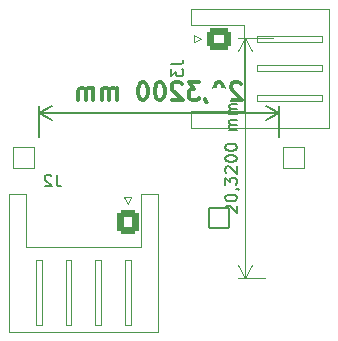
<source format=gbo>
%TF.GenerationSoftware,KiCad,Pcbnew,7.0.1*%
%TF.CreationDate,2023-10-30T09:30:19+01:00*%
%TF.ProjectId,opto-counter,6f70746f-2d63-46f7-956e-7465722e6b69,rev?*%
%TF.SameCoordinates,Original*%
%TF.FileFunction,Legend,Bot*%
%TF.FilePolarity,Positive*%
%FSLAX46Y46*%
G04 Gerber Fmt 4.6, Leading zero omitted, Abs format (unit mm)*
G04 Created by KiCad (PCBNEW 7.0.1) date 2023-10-30 09:30:19*
%MOMM*%
%LPD*%
G01*
G04 APERTURE LIST*
G04 Aperture macros list*
%AMRoundRect*
0 Rectangle with rounded corners*
0 $1 Rounding radius*
0 $2 $3 $4 $5 $6 $7 $8 $9 X,Y pos of 4 corners*
0 Add a 4 corners polygon primitive as box body*
4,1,4,$2,$3,$4,$5,$6,$7,$8,$9,$2,$3,0*
0 Add four circle primitives for the rounded corners*
1,1,$1+$1,$2,$3*
1,1,$1+$1,$4,$5*
1,1,$1+$1,$6,$7*
1,1,$1+$1,$8,$9*
0 Add four rect primitives between the rounded corners*
20,1,$1+$1,$2,$3,$4,$5,0*
20,1,$1+$1,$4,$5,$6,$7,0*
20,1,$1+$1,$6,$7,$8,$9,0*
20,1,$1+$1,$8,$9,$2,$3,0*%
G04 Aperture macros list end*
%ADD10C,0.300000*%
%ADD11C,0.200000*%
%ADD12C,0.150000*%
%ADD13C,0.120000*%
%ADD14C,2.300000*%
%ADD15RoundRect,0.050000X-0.900000X-0.900000X0.900000X-0.900000X0.900000X0.900000X-0.900000X0.900000X0*%
%ADD16C,1.900000*%
%ADD17RoundRect,0.050000X0.900000X0.900000X-0.900000X0.900000X-0.900000X-0.900000X0.900000X-0.900000X0*%
%ADD18RoundRect,0.050000X-0.850000X-0.850000X0.850000X-0.850000X0.850000X0.850000X-0.850000X0.850000X0*%
%ADD19O,1.800000X1.800000*%
%ADD20RoundRect,0.300000X0.600000X0.725000X-0.600000X0.725000X-0.600000X-0.725000X0.600000X-0.725000X0*%
%ADD21O,1.800000X2.050000*%
%ADD22RoundRect,0.300000X-0.725000X0.600000X-0.725000X-0.600000X0.725000X-0.600000X0.725000X0.600000X0*%
%ADD23O,2.050000X1.800000*%
G04 APERTURE END LIST*
D10*
X84398569Y-31826785D02*
X84327141Y-31755357D01*
X84327141Y-31755357D02*
X84184284Y-31683928D01*
X84184284Y-31683928D02*
X83827141Y-31683928D01*
X83827141Y-31683928D02*
X83684284Y-31755357D01*
X83684284Y-31755357D02*
X83612855Y-31826785D01*
X83612855Y-31826785D02*
X83541426Y-31969642D01*
X83541426Y-31969642D02*
X83541426Y-32112500D01*
X83541426Y-32112500D02*
X83612855Y-32326785D01*
X83612855Y-32326785D02*
X84469998Y-33183928D01*
X84469998Y-33183928D02*
X83541426Y-33183928D01*
X82612855Y-31683928D02*
X82469998Y-31683928D01*
X82469998Y-31683928D02*
X82327141Y-31755357D01*
X82327141Y-31755357D02*
X82255713Y-31826785D01*
X82255713Y-31826785D02*
X82184284Y-31969642D01*
X82184284Y-31969642D02*
X82112855Y-32255357D01*
X82112855Y-32255357D02*
X82112855Y-32612500D01*
X82112855Y-32612500D02*
X82184284Y-32898214D01*
X82184284Y-32898214D02*
X82255713Y-33041071D01*
X82255713Y-33041071D02*
X82327141Y-33112500D01*
X82327141Y-33112500D02*
X82469998Y-33183928D01*
X82469998Y-33183928D02*
X82612855Y-33183928D01*
X82612855Y-33183928D02*
X82755713Y-33112500D01*
X82755713Y-33112500D02*
X82827141Y-33041071D01*
X82827141Y-33041071D02*
X82898570Y-32898214D01*
X82898570Y-32898214D02*
X82969998Y-32612500D01*
X82969998Y-32612500D02*
X82969998Y-32255357D01*
X82969998Y-32255357D02*
X82898570Y-31969642D01*
X82898570Y-31969642D02*
X82827141Y-31826785D01*
X82827141Y-31826785D02*
X82755713Y-31755357D01*
X82755713Y-31755357D02*
X82612855Y-31683928D01*
X81398570Y-33112500D02*
X81398570Y-33183928D01*
X81398570Y-33183928D02*
X81469999Y-33326785D01*
X81469999Y-33326785D02*
X81541427Y-33398214D01*
X80898570Y-31683928D02*
X79969998Y-31683928D01*
X79969998Y-31683928D02*
X80469998Y-32255357D01*
X80469998Y-32255357D02*
X80255713Y-32255357D01*
X80255713Y-32255357D02*
X80112856Y-32326785D01*
X80112856Y-32326785D02*
X80041427Y-32398214D01*
X80041427Y-32398214D02*
X79969998Y-32541071D01*
X79969998Y-32541071D02*
X79969998Y-32898214D01*
X79969998Y-32898214D02*
X80041427Y-33041071D01*
X80041427Y-33041071D02*
X80112856Y-33112500D01*
X80112856Y-33112500D02*
X80255713Y-33183928D01*
X80255713Y-33183928D02*
X80684284Y-33183928D01*
X80684284Y-33183928D02*
X80827141Y-33112500D01*
X80827141Y-33112500D02*
X80898570Y-33041071D01*
X79398570Y-31826785D02*
X79327142Y-31755357D01*
X79327142Y-31755357D02*
X79184285Y-31683928D01*
X79184285Y-31683928D02*
X78827142Y-31683928D01*
X78827142Y-31683928D02*
X78684285Y-31755357D01*
X78684285Y-31755357D02*
X78612856Y-31826785D01*
X78612856Y-31826785D02*
X78541427Y-31969642D01*
X78541427Y-31969642D02*
X78541427Y-32112500D01*
X78541427Y-32112500D02*
X78612856Y-32326785D01*
X78612856Y-32326785D02*
X79469999Y-33183928D01*
X79469999Y-33183928D02*
X78541427Y-33183928D01*
X77612856Y-31683928D02*
X77469999Y-31683928D01*
X77469999Y-31683928D02*
X77327142Y-31755357D01*
X77327142Y-31755357D02*
X77255714Y-31826785D01*
X77255714Y-31826785D02*
X77184285Y-31969642D01*
X77184285Y-31969642D02*
X77112856Y-32255357D01*
X77112856Y-32255357D02*
X77112856Y-32612500D01*
X77112856Y-32612500D02*
X77184285Y-32898214D01*
X77184285Y-32898214D02*
X77255714Y-33041071D01*
X77255714Y-33041071D02*
X77327142Y-33112500D01*
X77327142Y-33112500D02*
X77469999Y-33183928D01*
X77469999Y-33183928D02*
X77612856Y-33183928D01*
X77612856Y-33183928D02*
X77755714Y-33112500D01*
X77755714Y-33112500D02*
X77827142Y-33041071D01*
X77827142Y-33041071D02*
X77898571Y-32898214D01*
X77898571Y-32898214D02*
X77969999Y-32612500D01*
X77969999Y-32612500D02*
X77969999Y-32255357D01*
X77969999Y-32255357D02*
X77898571Y-31969642D01*
X77898571Y-31969642D02*
X77827142Y-31826785D01*
X77827142Y-31826785D02*
X77755714Y-31755357D01*
X77755714Y-31755357D02*
X77612856Y-31683928D01*
X76184285Y-31683928D02*
X76041428Y-31683928D01*
X76041428Y-31683928D02*
X75898571Y-31755357D01*
X75898571Y-31755357D02*
X75827143Y-31826785D01*
X75827143Y-31826785D02*
X75755714Y-31969642D01*
X75755714Y-31969642D02*
X75684285Y-32255357D01*
X75684285Y-32255357D02*
X75684285Y-32612500D01*
X75684285Y-32612500D02*
X75755714Y-32898214D01*
X75755714Y-32898214D02*
X75827143Y-33041071D01*
X75827143Y-33041071D02*
X75898571Y-33112500D01*
X75898571Y-33112500D02*
X76041428Y-33183928D01*
X76041428Y-33183928D02*
X76184285Y-33183928D01*
X76184285Y-33183928D02*
X76327143Y-33112500D01*
X76327143Y-33112500D02*
X76398571Y-33041071D01*
X76398571Y-33041071D02*
X76470000Y-32898214D01*
X76470000Y-32898214D02*
X76541428Y-32612500D01*
X76541428Y-32612500D02*
X76541428Y-32255357D01*
X76541428Y-32255357D02*
X76470000Y-31969642D01*
X76470000Y-31969642D02*
X76398571Y-31826785D01*
X76398571Y-31826785D02*
X76327143Y-31755357D01*
X76327143Y-31755357D02*
X76184285Y-31683928D01*
X73898572Y-33183928D02*
X73898572Y-32183928D01*
X73898572Y-32326785D02*
X73827143Y-32255357D01*
X73827143Y-32255357D02*
X73684286Y-32183928D01*
X73684286Y-32183928D02*
X73470000Y-32183928D01*
X73470000Y-32183928D02*
X73327143Y-32255357D01*
X73327143Y-32255357D02*
X73255715Y-32398214D01*
X73255715Y-32398214D02*
X73255715Y-33183928D01*
X73255715Y-32398214D02*
X73184286Y-32255357D01*
X73184286Y-32255357D02*
X73041429Y-32183928D01*
X73041429Y-32183928D02*
X72827143Y-32183928D01*
X72827143Y-32183928D02*
X72684286Y-32255357D01*
X72684286Y-32255357D02*
X72612857Y-32398214D01*
X72612857Y-32398214D02*
X72612857Y-33183928D01*
X71898572Y-33183928D02*
X71898572Y-32183928D01*
X71898572Y-32326785D02*
X71827143Y-32255357D01*
X71827143Y-32255357D02*
X71684286Y-32183928D01*
X71684286Y-32183928D02*
X71470000Y-32183928D01*
X71470000Y-32183928D02*
X71327143Y-32255357D01*
X71327143Y-32255357D02*
X71255715Y-32398214D01*
X71255715Y-32398214D02*
X71255715Y-33183928D01*
X71255715Y-32398214D02*
X71184286Y-32255357D01*
X71184286Y-32255357D02*
X71041429Y-32183928D01*
X71041429Y-32183928D02*
X70827143Y-32183928D01*
X70827143Y-32183928D02*
X70684286Y-32255357D01*
X70684286Y-32255357D02*
X70612857Y-32398214D01*
X70612857Y-32398214D02*
X70612857Y-33183928D01*
D11*
X87630000Y-36330000D02*
X87630000Y-33703580D01*
X67310000Y-36330000D02*
X67310000Y-33703580D01*
X87630000Y-34290000D02*
X67310000Y-34290000D01*
X87630000Y-34290000D02*
X67310000Y-34290000D01*
X87630000Y-34290000D02*
X86503496Y-34876421D01*
X87630000Y-34290000D02*
X86503496Y-33703579D01*
X67310000Y-34290000D02*
X68436504Y-33703579D01*
X67310000Y-34290000D02*
X68436504Y-34876421D01*
D12*
X83157857Y-42719046D02*
X83110238Y-42671427D01*
X83110238Y-42671427D02*
X83062619Y-42576189D01*
X83062619Y-42576189D02*
X83062619Y-42338094D01*
X83062619Y-42338094D02*
X83110238Y-42242856D01*
X83110238Y-42242856D02*
X83157857Y-42195237D01*
X83157857Y-42195237D02*
X83253095Y-42147618D01*
X83253095Y-42147618D02*
X83348333Y-42147618D01*
X83348333Y-42147618D02*
X83491190Y-42195237D01*
X83491190Y-42195237D02*
X84062619Y-42766665D01*
X84062619Y-42766665D02*
X84062619Y-42147618D01*
X83062619Y-41528570D02*
X83062619Y-41433332D01*
X83062619Y-41433332D02*
X83110238Y-41338094D01*
X83110238Y-41338094D02*
X83157857Y-41290475D01*
X83157857Y-41290475D02*
X83253095Y-41242856D01*
X83253095Y-41242856D02*
X83443571Y-41195237D01*
X83443571Y-41195237D02*
X83681666Y-41195237D01*
X83681666Y-41195237D02*
X83872142Y-41242856D01*
X83872142Y-41242856D02*
X83967380Y-41290475D01*
X83967380Y-41290475D02*
X84015000Y-41338094D01*
X84015000Y-41338094D02*
X84062619Y-41433332D01*
X84062619Y-41433332D02*
X84062619Y-41528570D01*
X84062619Y-41528570D02*
X84015000Y-41623808D01*
X84015000Y-41623808D02*
X83967380Y-41671427D01*
X83967380Y-41671427D02*
X83872142Y-41719046D01*
X83872142Y-41719046D02*
X83681666Y-41766665D01*
X83681666Y-41766665D02*
X83443571Y-41766665D01*
X83443571Y-41766665D02*
X83253095Y-41719046D01*
X83253095Y-41719046D02*
X83157857Y-41671427D01*
X83157857Y-41671427D02*
X83110238Y-41623808D01*
X83110238Y-41623808D02*
X83062619Y-41528570D01*
X84015000Y-40719046D02*
X84062619Y-40719046D01*
X84062619Y-40719046D02*
X84157857Y-40766665D01*
X84157857Y-40766665D02*
X84205476Y-40814284D01*
X83062619Y-40385713D02*
X83062619Y-39766666D01*
X83062619Y-39766666D02*
X83443571Y-40099999D01*
X83443571Y-40099999D02*
X83443571Y-39957142D01*
X83443571Y-39957142D02*
X83491190Y-39861904D01*
X83491190Y-39861904D02*
X83538809Y-39814285D01*
X83538809Y-39814285D02*
X83634047Y-39766666D01*
X83634047Y-39766666D02*
X83872142Y-39766666D01*
X83872142Y-39766666D02*
X83967380Y-39814285D01*
X83967380Y-39814285D02*
X84015000Y-39861904D01*
X84015000Y-39861904D02*
X84062619Y-39957142D01*
X84062619Y-39957142D02*
X84062619Y-40242856D01*
X84062619Y-40242856D02*
X84015000Y-40338094D01*
X84015000Y-40338094D02*
X83967380Y-40385713D01*
X83157857Y-39385713D02*
X83110238Y-39338094D01*
X83110238Y-39338094D02*
X83062619Y-39242856D01*
X83062619Y-39242856D02*
X83062619Y-39004761D01*
X83062619Y-39004761D02*
X83110238Y-38909523D01*
X83110238Y-38909523D02*
X83157857Y-38861904D01*
X83157857Y-38861904D02*
X83253095Y-38814285D01*
X83253095Y-38814285D02*
X83348333Y-38814285D01*
X83348333Y-38814285D02*
X83491190Y-38861904D01*
X83491190Y-38861904D02*
X84062619Y-39433332D01*
X84062619Y-39433332D02*
X84062619Y-38814285D01*
X83062619Y-38195237D02*
X83062619Y-38099999D01*
X83062619Y-38099999D02*
X83110238Y-38004761D01*
X83110238Y-38004761D02*
X83157857Y-37957142D01*
X83157857Y-37957142D02*
X83253095Y-37909523D01*
X83253095Y-37909523D02*
X83443571Y-37861904D01*
X83443571Y-37861904D02*
X83681666Y-37861904D01*
X83681666Y-37861904D02*
X83872142Y-37909523D01*
X83872142Y-37909523D02*
X83967380Y-37957142D01*
X83967380Y-37957142D02*
X84015000Y-38004761D01*
X84015000Y-38004761D02*
X84062619Y-38099999D01*
X84062619Y-38099999D02*
X84062619Y-38195237D01*
X84062619Y-38195237D02*
X84015000Y-38290475D01*
X84015000Y-38290475D02*
X83967380Y-38338094D01*
X83967380Y-38338094D02*
X83872142Y-38385713D01*
X83872142Y-38385713D02*
X83681666Y-38433332D01*
X83681666Y-38433332D02*
X83443571Y-38433332D01*
X83443571Y-38433332D02*
X83253095Y-38385713D01*
X83253095Y-38385713D02*
X83157857Y-38338094D01*
X83157857Y-38338094D02*
X83110238Y-38290475D01*
X83110238Y-38290475D02*
X83062619Y-38195237D01*
X83062619Y-37242856D02*
X83062619Y-37147618D01*
X83062619Y-37147618D02*
X83110238Y-37052380D01*
X83110238Y-37052380D02*
X83157857Y-37004761D01*
X83157857Y-37004761D02*
X83253095Y-36957142D01*
X83253095Y-36957142D02*
X83443571Y-36909523D01*
X83443571Y-36909523D02*
X83681666Y-36909523D01*
X83681666Y-36909523D02*
X83872142Y-36957142D01*
X83872142Y-36957142D02*
X83967380Y-37004761D01*
X83967380Y-37004761D02*
X84015000Y-37052380D01*
X84015000Y-37052380D02*
X84062619Y-37147618D01*
X84062619Y-37147618D02*
X84062619Y-37242856D01*
X84062619Y-37242856D02*
X84015000Y-37338094D01*
X84015000Y-37338094D02*
X83967380Y-37385713D01*
X83967380Y-37385713D02*
X83872142Y-37433332D01*
X83872142Y-37433332D02*
X83681666Y-37480951D01*
X83681666Y-37480951D02*
X83443571Y-37480951D01*
X83443571Y-37480951D02*
X83253095Y-37433332D01*
X83253095Y-37433332D02*
X83157857Y-37385713D01*
X83157857Y-37385713D02*
X83110238Y-37338094D01*
X83110238Y-37338094D02*
X83062619Y-37242856D01*
X84062619Y-35719046D02*
X83395952Y-35719046D01*
X83491190Y-35719046D02*
X83443571Y-35671427D01*
X83443571Y-35671427D02*
X83395952Y-35576189D01*
X83395952Y-35576189D02*
X83395952Y-35433332D01*
X83395952Y-35433332D02*
X83443571Y-35338094D01*
X83443571Y-35338094D02*
X83538809Y-35290475D01*
X83538809Y-35290475D02*
X84062619Y-35290475D01*
X83538809Y-35290475D02*
X83443571Y-35242856D01*
X83443571Y-35242856D02*
X83395952Y-35147618D01*
X83395952Y-35147618D02*
X83395952Y-35004761D01*
X83395952Y-35004761D02*
X83443571Y-34909522D01*
X83443571Y-34909522D02*
X83538809Y-34861903D01*
X83538809Y-34861903D02*
X84062619Y-34861903D01*
X84062619Y-34385713D02*
X83395952Y-34385713D01*
X83491190Y-34385713D02*
X83443571Y-34338094D01*
X83443571Y-34338094D02*
X83395952Y-34242856D01*
X83395952Y-34242856D02*
X83395952Y-34099999D01*
X83395952Y-34099999D02*
X83443571Y-34004761D01*
X83443571Y-34004761D02*
X83538809Y-33957142D01*
X83538809Y-33957142D02*
X84062619Y-33957142D01*
X83538809Y-33957142D02*
X83443571Y-33909523D01*
X83443571Y-33909523D02*
X83395952Y-33814285D01*
X83395952Y-33814285D02*
X83395952Y-33671428D01*
X83395952Y-33671428D02*
X83443571Y-33576189D01*
X83443571Y-33576189D02*
X83538809Y-33528570D01*
X83538809Y-33528570D02*
X84062619Y-33528570D01*
D13*
X87130000Y-48260000D02*
X84163580Y-48260000D01*
X87130000Y-27940000D02*
X84163580Y-27940000D01*
X84750000Y-48260000D02*
X84750000Y-27940000D01*
X84750000Y-48260000D02*
X84750000Y-27940000D01*
X84750000Y-48260000D02*
X84163579Y-47133496D01*
X84750000Y-48260000D02*
X85336421Y-47133496D01*
X84750000Y-27940000D02*
X85336421Y-29066504D01*
X84750000Y-27940000D02*
X84163579Y-29066504D01*
D12*
%TO.C,J2*%
X68793333Y-39502619D02*
X68793333Y-40216904D01*
X68793333Y-40216904D02*
X68840952Y-40359761D01*
X68840952Y-40359761D02*
X68936190Y-40455000D01*
X68936190Y-40455000D02*
X69079047Y-40502619D01*
X69079047Y-40502619D02*
X69174285Y-40502619D01*
X68364761Y-39597857D02*
X68317142Y-39550238D01*
X68317142Y-39550238D02*
X68221904Y-39502619D01*
X68221904Y-39502619D02*
X67983809Y-39502619D01*
X67983809Y-39502619D02*
X67888571Y-39550238D01*
X67888571Y-39550238D02*
X67840952Y-39597857D01*
X67840952Y-39597857D02*
X67793333Y-39693095D01*
X67793333Y-39693095D02*
X67793333Y-39788333D01*
X67793333Y-39788333D02*
X67840952Y-39931190D01*
X67840952Y-39931190D02*
X68412380Y-40502619D01*
X68412380Y-40502619D02*
X67793333Y-40502619D01*
%TO.C,J3*%
X78512619Y-30186666D02*
X79226904Y-30186666D01*
X79226904Y-30186666D02*
X79369761Y-30139047D01*
X79369761Y-30139047D02*
X79465000Y-30043809D01*
X79465000Y-30043809D02*
X79512619Y-29900952D01*
X79512619Y-29900952D02*
X79512619Y-29805714D01*
X78512619Y-30567619D02*
X78512619Y-31186666D01*
X78512619Y-31186666D02*
X78893571Y-30853333D01*
X78893571Y-30853333D02*
X78893571Y-30996190D01*
X78893571Y-30996190D02*
X78941190Y-31091428D01*
X78941190Y-31091428D02*
X78988809Y-31139047D01*
X78988809Y-31139047D02*
X79084047Y-31186666D01*
X79084047Y-31186666D02*
X79322142Y-31186666D01*
X79322142Y-31186666D02*
X79417380Y-31139047D01*
X79417380Y-31139047D02*
X79465000Y-31091428D01*
X79465000Y-31091428D02*
X79512619Y-30996190D01*
X79512619Y-30996190D02*
X79512619Y-30710476D01*
X79512619Y-30710476D02*
X79465000Y-30615238D01*
X79465000Y-30615238D02*
X79417380Y-30567619D01*
D13*
%TO.C,J2*%
X77370000Y-52850000D02*
X77370000Y-41130000D01*
X77370000Y-41130000D02*
X75950000Y-41130000D01*
X75950000Y-45630000D02*
X71060000Y-45630000D01*
X75950000Y-41130000D02*
X75950000Y-45630000D01*
X75110000Y-41440000D02*
X74510000Y-41440000D01*
X75060000Y-52240000D02*
X74560000Y-52240000D01*
X75060000Y-46740000D02*
X75060000Y-52240000D01*
X74810000Y-42040000D02*
X75110000Y-41440000D01*
X74560000Y-52240000D02*
X74560000Y-46740000D01*
X74560000Y-46740000D02*
X75060000Y-46740000D01*
X74510000Y-41440000D02*
X74810000Y-42040000D01*
X72560000Y-52240000D02*
X72060000Y-52240000D01*
X72560000Y-46740000D02*
X72560000Y-52240000D01*
X72060000Y-52240000D02*
X72060000Y-46740000D01*
X72060000Y-46740000D02*
X72560000Y-46740000D01*
X71060000Y-52850000D02*
X77370000Y-52850000D01*
X71060000Y-52850000D02*
X64750000Y-52850000D01*
X70060000Y-52240000D02*
X69560000Y-52240000D01*
X70060000Y-46740000D02*
X70060000Y-52240000D01*
X69560000Y-52240000D02*
X69560000Y-46740000D01*
X69560000Y-46740000D02*
X70060000Y-46740000D01*
X67560000Y-52240000D02*
X67060000Y-52240000D01*
X67560000Y-46740000D02*
X67560000Y-52240000D01*
X67060000Y-52240000D02*
X67060000Y-46740000D01*
X67060000Y-46740000D02*
X67560000Y-46740000D01*
X66170000Y-45630000D02*
X71060000Y-45630000D01*
X66170000Y-41130000D02*
X66170000Y-45630000D01*
X64750000Y-52850000D02*
X64750000Y-41130000D01*
X64750000Y-41130000D02*
X66170000Y-41130000D01*
%TO.C,J3*%
X91860000Y-25460000D02*
X80140000Y-25460000D01*
X80140000Y-25460000D02*
X80140000Y-26880000D01*
X84640000Y-26880000D02*
X84640000Y-30520000D01*
X80140000Y-26880000D02*
X84640000Y-26880000D01*
X80450000Y-27720000D02*
X80450000Y-28320000D01*
X91250000Y-27770000D02*
X91250000Y-28270000D01*
X85750000Y-27770000D02*
X91250000Y-27770000D01*
X81050000Y-28020000D02*
X80450000Y-27720000D01*
X91250000Y-28270000D02*
X85750000Y-28270000D01*
X85750000Y-28270000D02*
X85750000Y-27770000D01*
X80450000Y-28320000D02*
X81050000Y-28020000D01*
X91250000Y-30270000D02*
X91250000Y-30770000D01*
X85750000Y-30270000D02*
X91250000Y-30270000D01*
X91860000Y-30520000D02*
X91860000Y-25460000D01*
X91860000Y-30520000D02*
X91860000Y-35580000D01*
X91250000Y-30770000D02*
X85750000Y-30770000D01*
X85750000Y-30770000D02*
X85750000Y-30270000D01*
X91250000Y-32770000D02*
X91250000Y-33270000D01*
X85750000Y-32770000D02*
X91250000Y-32770000D01*
X91250000Y-33270000D02*
X85750000Y-33270000D01*
X85750000Y-33270000D02*
X85750000Y-32770000D01*
X84640000Y-34160000D02*
X84640000Y-30520000D01*
X80140000Y-34160000D02*
X84640000Y-34160000D01*
X91860000Y-35580000D02*
X80140000Y-35580000D01*
X80140000Y-35580000D02*
X80140000Y-34160000D01*
%TD*%
%LPC*%
D14*
%TO.C,H2*%
X87630000Y-48260000D03*
%TD*%
%TO.C,H1*%
X67310000Y-27940000D03*
%TD*%
D15*
%TO.C,D1*%
X66040000Y-38100000D03*
D16*
X68580000Y-38100000D03*
%TD*%
D17*
%TO.C,D2*%
X88900000Y-38100000D03*
D16*
X86360000Y-38100000D03*
%TD*%
D18*
%TO.C,J1*%
X82550000Y-43195000D03*
D19*
X82550000Y-45735000D03*
X82550000Y-48275000D03*
%TD*%
D20*
%TO.C,J2*%
X74810000Y-43540000D03*
D21*
X72310000Y-43540000D03*
X69810000Y-43540000D03*
X67310000Y-43540000D03*
%TD*%
D22*
%TO.C,J3*%
X82550000Y-28020000D03*
D23*
X82550000Y-30520000D03*
X82550000Y-33020000D03*
%TD*%
M02*

</source>
